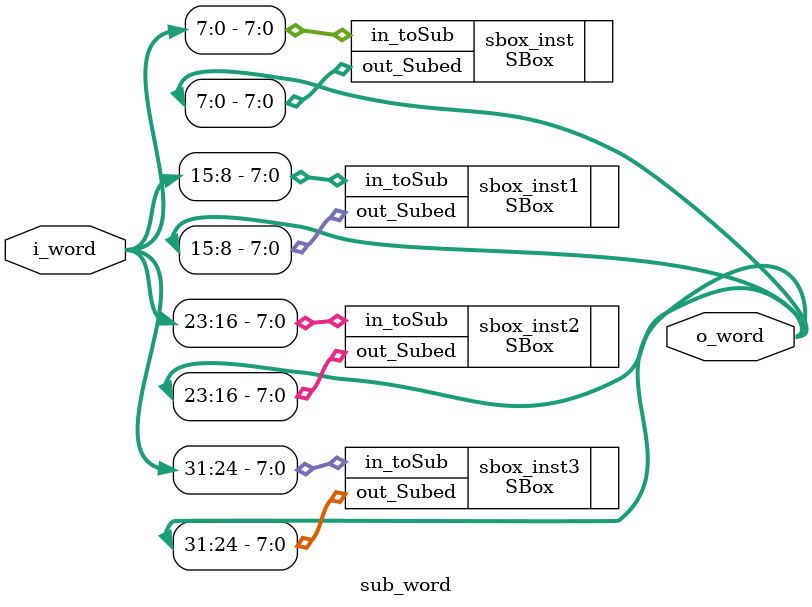
<source format=v>
/*
  *
  * Module: sub_word
  * Description: Substitutes each byte of the input word with a byte from the S-Box
  * 
  * Inputs:
  *  i_word[31:0] - The input word
  * Outputs:
  *  o_word[31:0] - The output word with each byte substituted
  *
  * Author: Amir Anwar
  * Date: 2023-4-28
  *
*/
`include "sbox.v"

module sub_word(
  input [31:0] i_word,
  output [31:0] o_word
);

  // Instantiate the S-Box module 4 times

  // 1st byte substitution
  SBox sbox_inst(
    .in_toSub(i_word[7:0]),
    .out_Subed(o_word[7:0])
  );

  // 2nd byte substitution
  SBox sbox_inst1(
    .in_toSub(i_word[15:8]),
    .out_Subed(o_word[15:8])
  );

  // 3rd byte substitution
  SBox sbox_inst2(
    .in_toSub(i_word[23:16]),
    .out_Subed(o_word[23:16])
  );

  // 4th byte substitution
  SBox sbox_inst3(
    .in_toSub(i_word[31:24]),
    .out_Subed(o_word[31:24])
  );

endmodule

</source>
